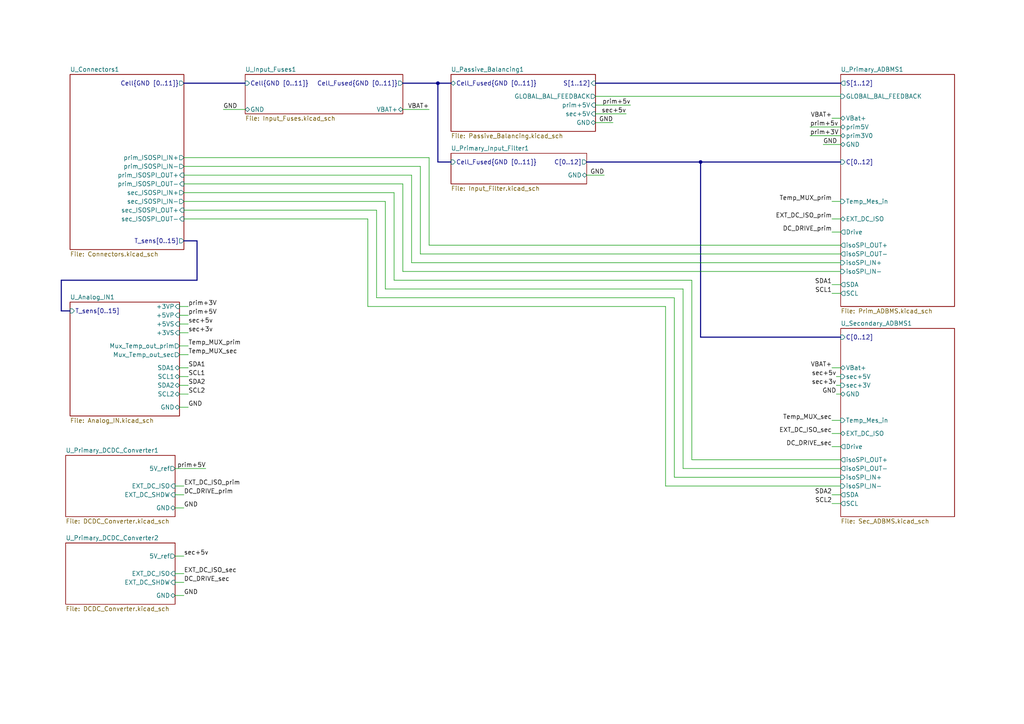
<source format=kicad_sch>
(kicad_sch (version 20230121) (generator eeschema)
  (paper "A4")
  (lib_symbols)
  (junction (at 203.2 46.99))
  (junction (at 127 24.13))
  (bus (pts (xy 127 24.13) (xy 130.81 24.13)))
  (wire (pts (xy 109.22 60.96) (xy 109.22 86.36)))
  (wire (pts (xy 106.68 63.5) (xy 106.68 88.9)))
  (wire (pts (xy 170.18 50.8) (xy 175.26 50.8)))
  (wire (pts (xy 121.92 48.26) (xy 121.92 73.66)))
  (wire (pts (xy 106.68 88.9) (xy 193.04 88.9)))
  (wire (pts (xy 50.8 147.32) (xy 53.34 147.32)))
  (wire (pts (xy 241.3 121.92) (xy 243.84 121.92)))
  (bus (pts (xy 127 46.99) (xy 130.81 46.99)))
  (wire (pts (xy 53.34 58.42) (xy 111.76 58.42)))
  (wire (pts (xy 195.58 86.36) (xy 195.58 138.43)))
  (wire (pts (xy 52.07 96.52) (xy 54.61 96.52)))
  (wire (pts (xy 53.34 63.5) (xy 106.68 63.5)))
  (wire (pts (xy 241.3 82.55) (xy 243.84 82.55)))
  (bus (pts (xy 203.2 46.99) (xy 243.84 46.99)))
  (wire (pts (xy 52.07 91.44) (xy 54.61 91.44)))
  (wire (pts (xy 172.72 35.56) (xy 177.8 35.56)))
  (wire (pts (xy 50.8 140.97) (xy 53.34 140.97)))
  (bus (pts (xy 203.2 97.79) (xy 243.84 97.79)))
  (bus (pts (xy 53.34 24.13) (xy 71.12 24.13)))
  (wire (pts (xy 193.04 88.9) (xy 193.04 140.97)))
  (wire (pts (xy 241.3 34.29) (xy 243.84 34.29)))
  (wire (pts (xy 109.22 86.36) (xy 195.58 86.36)))
  (bus (pts (xy 53.34 69.85) (xy 57.15 69.85)))
  (wire (pts (xy 241.3 63.5) (xy 243.84 63.5)))
  (wire (pts (xy 241.3 129.54) (xy 243.84 129.54)))
  (wire (pts (xy 53.34 50.8) (xy 119.38 50.8)))
  (wire (pts (xy 124.46 45.72) (xy 124.46 71.12)))
  (wire (pts (xy 111.76 58.42) (xy 111.76 83.82)))
  (wire (pts (xy 200.66 81.28) (xy 200.66 133.35)))
  (wire (pts (xy 242.57 111.76) (xy 243.84 111.76)))
  (wire (pts (xy 241.3 106.68) (xy 243.84 106.68)))
  (wire (pts (xy 52.07 106.68) (xy 54.61 106.68)))
  (wire (pts (xy 119.38 50.8) (xy 119.38 76.2)))
  (wire (pts (xy 242.57 114.3) (xy 243.84 114.3)))
  (bus (pts (xy 127 24.13) (xy 127 46.99)))
  (bus (pts (xy 17.78 90.17) (xy 20.32 90.17)))
  (wire (pts (xy 114.3 81.28) (xy 200.66 81.28)))
  (wire (pts (xy 53.34 45.72) (xy 124.46 45.72)))
  (wire (pts (xy 116.84 78.74) (xy 243.84 78.74)))
  (bus (pts (xy 57.15 69.85) (xy 57.15 81.28)))
  (wire (pts (xy 234.95 39.37) (xy 243.84 39.37)))
  (wire (pts (xy 50.8 168.91) (xy 53.34 168.91)))
  (wire (pts (xy 241.3 125.73) (xy 243.84 125.73)))
  (wire (pts (xy 53.34 60.96) (xy 109.22 60.96)))
  (bus (pts (xy 17.78 81.28) (xy 17.78 90.17)))
  (wire (pts (xy 50.8 135.89) (xy 59.69 135.89)))
  (wire (pts (xy 200.66 133.35) (xy 243.84 133.35)))
  (wire (pts (xy 52.07 109.22) (xy 54.61 109.22)))
  (wire (pts (xy 116.84 31.75) (xy 124.46 31.75)))
  (wire (pts (xy 124.46 71.12) (xy 243.84 71.12)))
  (wire (pts (xy 53.34 53.34) (xy 116.84 53.34)))
  (bus (pts (xy 203.2 46.99) (xy 203.2 97.79)))
  (wire (pts (xy 52.07 88.9) (xy 54.61 88.9)))
  (wire (pts (xy 50.8 161.29) (xy 53.34 161.29)))
  (wire (pts (xy 116.84 53.34) (xy 116.84 78.74)))
  (wire (pts (xy 198.12 83.82) (xy 198.12 135.89)))
  (wire (pts (xy 53.34 55.88) (xy 114.3 55.88)))
  (wire (pts (xy 172.72 27.94) (xy 243.84 27.94)))
  (wire (pts (xy 111.76 83.82) (xy 198.12 83.82)))
  (wire (pts (xy 52.07 93.98) (xy 54.61 93.98)))
  (wire (pts (xy 241.3 143.51) (xy 243.84 143.51)))
  (wire (pts (xy 193.04 140.97) (xy 243.84 140.97)))
  (wire (pts (xy 242.57 109.22) (xy 243.84 109.22)))
  (wire (pts (xy 241.3 67.31) (xy 243.84 67.31)))
  (wire (pts (xy 241.3 146.05) (xy 243.84 146.05)))
  (wire (pts (xy 172.72 33.02) (xy 181.61 33.02)))
  (wire (pts (xy 114.3 55.88) (xy 114.3 81.28)))
  (bus (pts (xy 116.84 24.13) (xy 127 24.13)))
  (wire (pts (xy 198.12 135.89) (xy 243.84 135.89)))
  (wire (pts (xy 52.07 118.11) (xy 54.61 118.11)))
  (wire (pts (xy 172.72 30.48) (xy 182.88 30.48)))
  (bus (pts (xy 170.18 46.99) (xy 203.2 46.99)))
  (wire (pts (xy 50.8 143.51) (xy 53.34 143.51)))
  (wire (pts (xy 50.8 172.72) (xy 53.34 172.72)))
  (wire (pts (xy 195.58 138.43) (xy 243.84 138.43)))
  (wire (pts (xy 52.07 111.76) (xy 54.61 111.76)))
  (wire (pts (xy 241.3 58.42) (xy 243.84 58.42)))
  (wire (pts (xy 241.3 85.09) (xy 243.84 85.09)))
  (wire (pts (xy 119.38 76.2) (xy 243.84 76.2)))
  (wire (pts (xy 52.07 114.3) (xy 54.61 114.3)))
  (wire (pts (xy 121.92 73.66) (xy 243.84 73.66)))
  (wire (pts (xy 50.8 166.37) (xy 53.34 166.37)))
  (wire (pts (xy 238.76 41.91) (xy 243.84 41.91)))
  (wire (pts (xy 64.77 31.75) (xy 71.12 31.75)))
  (wire (pts (xy 53.34 48.26) (xy 121.92 48.26)))
  (bus (pts (xy 172.72 24.13) (xy 243.84 24.13)))
  (wire (pts (xy 52.07 100.33) (xy 54.61 100.33)))
  (wire (pts (xy 52.07 102.87) (xy 54.61 102.87)))
  (wire (pts (xy 234.95 36.83) (xy 243.84 36.83)))
  (bus (pts (xy 17.78 81.28) (xy 57.15 81.28)))
  (label "Temp_MUX_prim" (at 241.3 58.42 180))
  (label "EXT_DC_ISO_prim" (at 53.34 140.97 0))
  (label "VBAT+" (at 241.3 106.68 180))
  (label "SDA2" (at 241.3 143.51 180))
  (label "GND" (at 53.34 172.72 0))
  (label "SDA1" (at 241.3 82.55 180))
  (label "EXT_DC_ISO_prim" (at 241.3 63.5 180))
  (label "GND" (at 177.8 35.56 180))
  (label "prim+5v" (at 234.95 36.83 0))
  (label "SDA2" (at 54.61 111.76 0))
  (label "GND" (at 54.61 118.11 0))
  (label "SCL2" (at 54.61 114.3 0))
  (label "SDA1" (at 54.61 106.68 0))
  (label "sec+3v" (at 54.61 96.52 0))
  (label "sec+5v" (at 181.61 33.02 180))
  (label "DC_DRIVE_sec" (at 53.34 168.91 0))
  (label "sec+5v" (at 53.34 161.29 0))
  (label "DC_DRIVE_prim" (at 53.34 143.51 0))
  (label "SCL1" (at 54.61 109.22 0))
  (label "prim+5v" (at 182.88 30.48 180))
  (label "Temp_MUX_sec" (at 54.61 102.87 0))
  (label "VBAT+" (at 124.46 31.75 180))
  (label "DC_DRIVE_sec" (at 241.3 129.54 180))
  (label "Temp_MUX_prim" (at 54.61 100.33 0))
  (label "sec+3v" (at 242.57 111.76 180))
  (label "sec+5v" (at 242.57 109.22 180))
  (label "GND" (at 64.77 31.75 0))
  (label "DC_DRIVE_prim" (at 241.3 67.31 180))
  (label "SCL2" (at 241.3 146.05 180))
  (label "GND" (at 242.57 114.3 180))
  (label "GND" (at 175.26 50.8 180))
  (label "prim+3V" (at 54.61 88.9 0))
  (label "prim+5V" (at 54.61 91.44 0))
  (label "VBAT+" (at 241.3 34.29 180))
  (label "EXT_DC_ISO_sec" (at 241.3 125.73 180))
  (label "prim+5V" (at 59.69 135.89 180))
  (label "prim+3V" (at 234.95 39.37 0))
  (label "GND" (at 238.76 41.91 0))
  (label "SCL1" (at 241.3 85.09 180))
  (label "sec+5v" (at 54.61 93.98 0))
  (label "EXT_DC_ISO_sec" (at 53.34 166.37 0))
  (label "GND" (at 53.34 147.32 0))
  (label "Temp_MUX_sec" (at 241.3 121.92 180))
  (sheet (at 19.05 157.48) (size 31.75 17.78) (stroke (width 0.1524))
    (property "Sheetname" "U_Primary_DCDC_Converter2" (at 19.05 156.7684 0) (effects (justify left bottom)))
    (property "Sheetfile" "DCDC_Converter.kicad_sch" (at 19.05 175.8446 0) (effects (justify left top)))
    (pin "5V_ref" output (at 50.8 161.29 0))
    (pin "EXT_DC_ISO" input (at 50.8 166.37 0))
    (pin "­­EXT_DC_SHDW" input (at 50.8 168.91 0))
    (pin "GND" bidirectional (at 50.8 172.72 0))
  )
  (sheet (at 130.81 44.45) (size 39.37 8.89) (stroke (width 0.1524))
    (property "Sheetname" "U_Primary_Input_Filter1" (at 130.81 43.7384 0) (effects (justify left bottom)))
    (property "Sheetfile" "Input_Filter.kicad_sch" (at 130.81 53.9246 0) (effects (justify left top)))
    (pin "Cell_Fused{GND [0..11]}" input (at 130.81 46.99 180))
    (pin "C[0..12]" output (at 170.18 46.99 0))
    (pin "GND" bidirectional (at 170.18 50.8 0))
  )
  (sheet (at 243.84 95.25) (size 33.02 54.61) (stroke (width 0.1524))
    (property "Sheetname" "U_Secondary_ADBMS1" (at 243.84 94.5384 0) (effects (justify left bottom)))
    (property "Sheetfile" "Sec_ADBMS.kicad_sch" (at 243.84 150.4446 0) (effects (justify left top)))
    (pin "EXT_DC_ISO" bidirectional (at 243.84 125.73 180))
    (pin "Drive" output (at 243.84 129.54 180))
    (pin "isoSPI_OUT+" output (at 243.84 133.35 180))
    (pin "isoSPI_OUT-" output (at 243.84 135.89 180))
    (pin "isoSPI_IN+" input (at 243.84 138.43 180))
    (pin "isoSPI_IN-" input (at 243.84 140.97 180))
    (pin "SDA" output (at 243.84 143.51 180))
    (pin "SCL" output (at 243.84 146.05 180))
    (pin "C[0..12]" input (at 243.84 97.79 180))
    (pin "sec+5V" input (at 243.84 109.22 180))
    (pin "sec+3V" input (at 243.84 111.76 180))
    (pin "Temp_Mes_in" input (at 243.84 121.92 180))
    (pin "VBat+" bidirectional (at 243.84 106.68 180))
    (pin "GND" bidirectional (at 243.84 114.3 180))
  )
  (sheet (at 20.32 87.63) (size 31.75 33.02) (stroke (width 0.1524))
    (property "Sheetname" "U_Analog_IN1" (at 20.32 86.9184 0) (effects (justify left bottom)))
    (property "Sheetfile" "Analog_IN.kicad_sch" (at 20.32 121.2346 0) (effects (justify left top)))
    (pin "+3VP" input (at 52.07 88.9 0))
    (pin "T_sens[0..15]" input (at 20.32 90.17 180))
    (pin "+5VS" input (at 52.07 93.98 0))
    (pin "SCL2" bidirectional (at 52.07 114.3 0))
    (pin "SDA2" bidirectional (at 52.07 111.76 0))
    (pin "SCL1" bidirectional (at 52.07 109.22 0))
    (pin "SDA1" bidirectional (at 52.07 106.68 0))
    (pin "+5VP" input (at 52.07 91.44 0))
    (pin "Mux_Temp_out_sec" output (at 52.07 102.87 0))
    (pin "Mux_Temp_out_prim" output (at 52.07 100.33 0))
    (pin "+3VS" input (at 52.07 96.52 0))
    (pin "GND" bidirectional (at 52.07 118.11 0))
  )
  (sheet (at 243.84 21.59) (size 33.02 67.31) (stroke (width 0.1524))
    (property "Sheetname" "U_Primary_ADBMS1" (at 243.84 20.8784 0) (effects (justify left bottom)))
    (property "Sheetfile" "Prim_ADBMS.kicad_sch" (at 243.84 89.4846 0) (effects (justify left top)))
    (pin "EXT_DC_ISO" bidirectional (at 243.84 63.5 180))
    (pin "Drive" output (at 243.84 67.31 180))
    (pin "isoSPI_OUT+" output (at 243.84 71.12 180))
    (pin "isoSPI_OUT-" output (at 243.84 73.66 180))
    (pin "isoSPI_IN+" input (at 243.84 76.2 180))
    (pin "isoSPI_IN-" input (at 243.84 78.74 180))
    (pin "SDA" output (at 243.84 82.55 180))
    (pin "SCL" output (at 243.84 85.09 180))
    (pin "C[0..12]" input (at 243.84 46.99 180))
    (pin "S[1..12]" output (at 243.84 24.13 180))
    (pin "GLOBAL_BAL_FEEDBACK" input (at 243.84 27.94 180))
    (pin "Temp_Mes_in" input (at 243.84 58.42 180))
    (pin "prim5V" bidirectional (at 243.84 36.83 180))
    (pin "GND" bidirectional (at 243.84 41.91 180))
    (pin "prim3V0" bidirectional (at 243.84 39.37 180))
    (pin "VBat+" bidirectional (at 243.84 34.29 180))
  )
  (sheet (at 71.12 21.59) (size 45.72 11.43) (stroke (width 0.1524))
    (property "Sheetname" "U_Input_Fuses1" (at 71.12 20.8784 0) (effects (justify left bottom)))
    (property "Sheetfile" "Input_Fuses.kicad_sch" (at 71.12 33.6046 0) (effects (justify left top)))
    (pin "Cell{GND [0..11]}" input (at 71.12 24.13 180))
    (pin "Cell_Fused{GND [0..11]}" output (at 116.84 24.13 0))
    (pin "GND" bidirectional (at 71.12 31.75 180))
    (pin "VBAT+" bidirectional (at 116.84 31.75 0))
  )
  (sheet (at 130.81 21.59) (size 41.91 16.51) (stroke (width 0.1524))
    (property "Sheetname" "U_Passive_Balancing1" (at 130.81 20.8784 0) (effects (justify left bottom)))
    (property "Sheetfile" "Passive_Balancing.kicad_sch" (at 130.81 38.6846 0) (effects (justify left top)))
    (pin "Cell_Fused{GND [0..11]}" bidirectional (at 130.81 24.13 180))
    (pin "S[1..12]" input (at 172.72 24.13 0))
    (pin "GLOBAL_BAL_FEEDBACK" output (at 172.72 27.94 0))
    (pin "sec+5V" input (at 172.72 33.02 0))
    (pin "prim+5V" input (at 172.72 30.48 0))
    (pin "GND" bidirectional (at 172.72 35.56 0))
  )
  (sheet (at 20.32 21.59) (size 33.02 50.8) (stroke (width 0.1524))
    (property "Sheetname" "U_Connectors1" (at 20.32 20.8784 0) (effects (justify left bottom)))
    (property "Sheetfile" "Connectors.kicad_sch" (at 20.32 72.9746 0) (effects (justify left top)))
    (pin "Cell{GND [0..11]}" output (at 53.34 24.13 0))
    (pin "prim_ISOSPI_IN-" output (at 53.34 48.26 0))
    (pin "prim_ISOSPI_IN+" output (at 53.34 45.72 0))
    (pin "prim_ISOSPI_OUT-" input (at 53.34 53.34 0))
    (pin "prim_ISOSPI_OUT+" input (at 53.34 50.8 0))
    (pin "sec_ISOSPI_IN+" output (at 53.34 55.88 0))
    (pin "sec_ISOSPI_IN-" output (at 53.34 58.42 0))
    (pin "sec_ISOSPI_OUT+" input (at 53.34 60.96 0))
    (pin "sec_ISOSPI_OUT-" input (at 53.34 63.5 0))
    (pin "T_sens[0..15]" output (at 53.34 69.85 0))
  )
  (sheet (at 19.05 132.08) (size 31.75 17.78) (stroke (width 0.1524))
    (property "Sheetname" "U_Primary_DCDC_Converter1" (at 19.05 131.3684 0) (effects (justify left bottom)))
    (property "Sheetfile" "DCDC_Converter.kicad_sch" (at 19.05 150.4446 0) (effects (justify left top)))
    (pin "5V_ref" output (at 50.8 135.89 0))
    (pin "EXT_DC_ISO" input (at 50.8 140.97 0))
    (pin "­­EXT_DC_SHDW" input (at 50.8 143.51 0))
    (pin "GND" bidirectional (at 50.8 147.32 0))
  )
)
</source>
